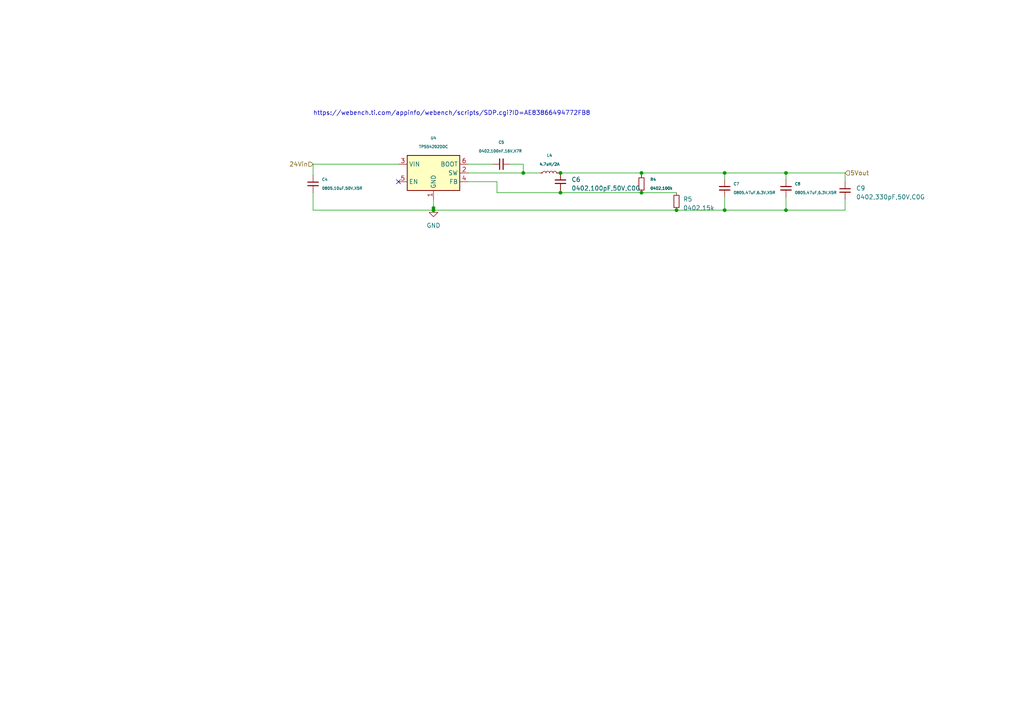
<source format=kicad_sch>
(kicad_sch (version 20230121) (generator eeschema)
  (paper "A4")
  (title_block (date "2023-04-02") (rev "B01"))
  (lib_symbols
    (symbol "Device:L_Small" (pin_numbers hide) (pin_names (offset 0.254) hide)
      (property "Reference" "L" (at 0.762 1.016 0))
      (property "Value" "L_Small" (at 0.762 -1.016 0))
      (symbol "L_Small_0_1"
        (arc (start 0 -2.032) (mid 0.5058 -1.524) (end 0 -1.016))
        (arc (start 0 -1.016) (mid 0.5058 -0.508) (end 0 0))
        (arc (start 0 0) (mid 0.5058 0.508) (end 0 1.016))
        (arc (start 0 1.016) (mid 0.5058 1.524) (end 0 2.032))
      )
      (symbol "L_Small_1_1"
        (pin passive line (at 0 2.54 270) (length 0.508) (name "~") (number "1"))
        (pin passive line (at 0 -2.54 90) (length 0.508) (name "~") (number "2"))
      )
    )
    (symbol "Regulator_Switching:TPS54202DDC"
      (property "Reference" "U" (at -7.62 6.35 0))
      (property "Value" "TPS54202DDC" (at 0 6.35 0))
      (symbol "TPS54202DDC_0_1"
        (rectangle (start -7.62 5.08) (end 7.62 -5.08) (stroke (width 0.254)) (fill (type background)))
      )
      (symbol "TPS54202DDC_1_1"
        (pin power_in line (at 0 -7.62 90) (length 2.54) (name "GND") (number "1"))
        (pin power_out line (at 10.16 0 180) (length 2.54) (name "SW") (number "2"))
        (pin power_in line (at -10.16 2.54 0) (length 2.54) (name "VIN") (number "3"))
        (pin input line (at 10.16 -2.54 180) (length 2.54) (name "FB") (number "4"))
        (pin input line (at -10.16 -2.54 0) (length 2.54) (name "EN") (number "5"))
        (pin passive line (at 10.16 2.54 180) (length 2.54) (name "BOOT") (number "6"))
      )
    )
    (symbol "jlcpcb-basic-capacitor:0402,100nF,16V,X7R "
      (property "Reference" "C" (at 1.71 0.508 0))
      (property "Value" "0402,100nF,16V,X7R " (at 1.71 -1.016 0))
      (symbol "0402,100nF,16V,X7R _0_0"
        (polyline (pts (xy -1.524 -0.508) (xy 1.524 -0.508)) (stroke (width 0.3048)))
        (polyline (pts (xy -1.524 0.508) (xy 1.524 0.508)) (stroke (width 0.3048)))
        (pin passive line (at 0 2.54 270) (length 2.032) (name "~") (number "1"))
        (pin passive line (at 0 -2.54 90) (length 2.032) (name "~") (number "2"))
      )
    )
    (symbol "jlcpcb-basic-capacitor:0402,100pF,50V,C0G "
      (property "Reference" "C" (at 1.71 0.508 0))
      (property "Value" "0402,100pF,50V,C0G " (at 1.71 -1.016 0))
      (symbol "0402,100pF,50V,C0G _0_0"
        (polyline (pts (xy -1.524 -0.508) (xy 1.524 -0.508)) (stroke (width 0.3048)))
        (polyline (pts (xy -1.524 0.508) (xy 1.524 0.508)) (stroke (width 0.3048)))
        (pin passive line (at 0 2.54 270) (length 2.032) (name "~") (number "1"))
        (pin passive line (at 0 -2.54 90) (length 2.032) (name "~") (number "2"))
      )
    )
    (symbol "jlcpcb-basic-capacitor:0402,330pF,50V,C0G "
      (property "Reference" "C" (at 1.71 0.508 0))
      (property "Value" "0402,330pF,50V,C0G " (at 1.71 -1.016 0))
      (symbol "0402,330pF,50V,C0G _0_0"
        (polyline (pts (xy -1.524 -0.508) (xy 1.524 -0.508)) (stroke (width 0.3048)))
        (polyline (pts (xy -1.524 0.508) (xy 1.524 0.508)) (stroke (width 0.3048)))
        (pin passive line (at 0 2.54 270) (length 2.032) (name "~") (number "1"))
        (pin passive line (at 0 -2.54 90) (length 2.032) (name "~") (number "2"))
      )
    )
    (symbol "jlcpcb-basic-capacitor:0805,10uF,50V,X5R "
      (property "Reference" "C" (at 1.71 0.508 0))
      (property "Value" "0805,10uF,50V,X5R " (at 1.71 -1.016 0))
      (symbol "0805,10uF,50V,X5R _0_0"
        (polyline (pts (xy -1.524 -0.508) (xy 1.524 -0.508)) (stroke (width 0.3048)))
        (polyline (pts (xy -1.524 0.508) (xy 1.524 0.508)) (stroke (width 0.3048)))
        (pin passive line (at 0 2.54 270) (length 2.032) (name "~") (number "1"))
        (pin passive line (at 0 -2.54 90) (length 2.032) (name "~") (number "2"))
      )
    )
    (symbol "jlcpcb-basic-capacitor:0805,47uF,6.3V,X5R "
      (property "Reference" "C" (at 1.71 0.508 0))
      (property "Value" "0805,47uF,6.3V,X5R " (at 1.71 -1.016 0))
      (symbol "0805,47uF,6.3V,X5R _0_0"
        (polyline (pts (xy -1.524 -0.508) (xy 1.524 -0.508)) (stroke (width 0.3048)))
        (polyline (pts (xy -1.524 0.508) (xy 1.524 0.508)) (stroke (width 0.3048)))
        (pin passive line (at 0 2.54 270) (length 2.032) (name "~") (number "1"))
        (pin passive line (at 0 -2.54 90) (length 2.032) (name "~") (number "2"))
      )
    )
    (symbol "jlcpcb-basic-resistor:0402,100k"
      (property "Reference" "R" (at 0.762 0.508 0))
      (property "Value" "0402,100k" (at 0.762 -1.016 0))
      (symbol "0402,100k_0_0"
        (rectangle (start -0.762 1.778) (end 0.762 -1.778) (stroke (width 0.2032)))
        (pin passive line (at 0 2.54 270) (length 0.762) (name "~") (number "1"))
        (pin passive line (at 0 -2.54 90) (length 0.762) (name "~") (number "2"))
      )
    )
    (symbol "jlcpcb-basic-resistor:0402,15k"
      (property "Reference" "R" (at 0.762 0.508 0))
      (property "Value" "0402,15k" (at 0.762 -1.016 0))
      (symbol "0402,15k_0_0"
        (rectangle (start -0.762 1.778) (end 0.762 -1.778) (stroke (width 0.2032)))
        (pin passive line (at 0 2.54 270) (length 0.762) (name "~") (number "1"))
        (pin passive line (at 0 -2.54 90) (length 0.762) (name "~") (number "2"))
      )
    )
    (symbol "power:GND" (power) (pin_names (offset 0))
      (property "Value" "GND" (at 0 -3.81 0))
      (symbol "GND_0_1"
        (polyline (pts (xy 0 0) (xy 0 -1.27) (xy 1.27 -1.27) (xy 0 -2.54) (xy -1.27 -1.27) (xy 0 -1.27)))
      )
      (symbol "GND_1_1"
        (pin power_in line (at 0 0 270) (length 0) hide (name "GND") (number "1"))
      )
    )
  )
  (junction (at 196.215 60.96))
  (junction (at 162.56 50.165))
  (junction (at 125.73 60.96))
  (junction (at 210.185 60.96))
  (junction (at 186.055 50.165))
  (junction (at 186.055 55.88))
  (junction (at 227.965 60.96))
  (junction (at 162.56 55.88))
  (junction (at 227.965 50.165))
  (junction (at 210.185 50.165))
  (junction (at 125.73 60.325))
  (junction (at 151.765 50.165))
  (no_connect (at 115.57 52.705))
  (wire (pts (xy 227.965 57.15) (xy 227.965 60.96)))
  (wire (pts (xy 144.145 55.88) (xy 144.145 52.705)))
  (wire (pts (xy 147.955 47.625) (xy 151.765 47.625)))
  (wire (pts (xy 125.73 60.96) (xy 125.73 60.325)))
  (wire (pts (xy 210.185 57.15) (xy 210.185 60.96)))
  (wire (pts (xy 227.965 50.165) (xy 245.11 50.165)))
  (wire (pts (xy 227.965 50.165) (xy 210.185 50.165)))
  (wire (pts (xy 162.56 50.165) (xy 186.055 50.165)))
  (wire (pts (xy 125.73 60.325) (xy 125.73 57.785)))
  (wire (pts (xy 245.11 52.705) (xy 245.11 50.165)))
  (wire (pts (xy 245.11 60.96) (xy 227.965 60.96)))
  (wire (pts (xy 196.215 60.96) (xy 125.73 60.96)))
  (wire (pts (xy 161.925 50.165) (xy 162.56 50.165)))
  (wire (pts (xy 210.185 50.165) (xy 210.185 52.07)))
  (wire (pts (xy 186.055 50.165) (xy 210.185 50.165)))
  (wire (pts (xy 151.765 47.625) (xy 151.765 50.165)))
  (wire (pts (xy 162.56 55.88) (xy 144.145 55.88)))
  (wire (pts (xy 227.965 60.96) (xy 210.185 60.96)))
  (wire (pts (xy 144.145 52.705) (xy 135.89 52.705)))
  (wire (pts (xy 90.805 60.96) (xy 125.73 60.96)))
  (wire (pts (xy 186.055 50.8) (xy 186.055 50.165)))
  (wire (pts (xy 151.765 50.165) (xy 135.89 50.165)))
  (wire (pts (xy 186.055 55.88) (xy 162.56 55.88)))
  (wire (pts (xy 210.185 60.96) (xy 196.215 60.96)))
  (wire (pts (xy 162.56 55.88) (xy 162.56 55.245)))
  (wire (pts (xy 90.805 47.625) (xy 90.805 50.8)))
  (wire (pts (xy 135.89 47.625) (xy 142.875 47.625)))
  (wire (pts (xy 151.765 50.165) (xy 156.845 50.165)))
  (wire (pts (xy 115.57 47.625) (xy 90.805 47.625)))
  (wire (pts (xy 245.11 57.785) (xy 245.11 60.96)))
  (wire (pts (xy 90.805 55.88) (xy 90.805 60.96)))
  (wire (pts (xy 227.965 50.165) (xy 227.965 52.07)))
  (wire (pts (xy 196.215 55.88) (xy 186.055 55.88)))
  (text "https://webench.ti.com/appinfo/webench/scripts/SDP.cgi?ID=AE83866494772FB8\n" (at 90.805 33.655 0) (effects (font (size 1.27 1.27)) (justify left bottom)))
  (hierarchical_label "5Vout" (shape input) (at 245.11 50.165 0))
  (hierarchical_label "24Vin" (shape input) (at 90.805 47.625 180))
  (symbol (lib_id "jlcpcb-basic-capacitor:0805,10uF,50V,X5R ") (at 90.805 53.34 0) (unit 1)
    (property "Reference" "C4" (at 93.345 52.0699 0) (effects (font (size 0.8 0.8)) (justify left)))
    (property "Value" "0805,10uF,50V,X5R " (at 93.345 54.6099 0) (effects (font (size 0.8 0.8)) (justify left)))
    (property "Footprint" "C_0805_2012Metric" (effects hide))
    (property "Datasheet" "https://datasheet.lcsc.com/lcsc/2004251506_Murata-Electronics-GRM21BR61H106KE43L_C440198.pdf" (effects hide))
    (property "LCSC" "C440198" (effects hide))
    (property "MFG" "Murata Electronics" (effects hide))
    (property "MFGPN" "GRM21BR61H106KE43L" (effects hide))
  )
  (symbol (lib_id "jlcpcb-basic-capacitor:0805,47uF,6.3V,X5R ") (at 210.185 54.61 0) (unit 1)
    (property "Reference" "C7" (at 212.725 53.3399 0) (effects (font (size 0.8 0.8)) (justify left)))
    (property "Value" "0805,47uF,6.3V,X5R " (at 212.725 55.8799 0) (effects (font (size 0.8 0.8)) (justify left)))
    (property "Footprint" "C_0805_2012Metric" (effects hide))
    (property "Datasheet" "https://datasheet.lcsc.com/lcsc/1811091612_Samsung-Electro-Mechanics-CL21A476MQYNNNE_C16780.pdf" (effects hide))
    (property "LCSC" "C16780" (effects hide))
    (property "MFG" "Samsung Electro-Mechanics" (effects hide))
    (property "MFGPN" "CL21A476MQYNNNE" (effects hide))
  )
  (symbol (lib_id "jlcpcb-basic-resistor:0402,15k") (at 196.215 58.42 0) (unit 1)
    (property "Reference" "R5" (at 198.12 57.785 0) (effects (justify left)))
    (property "Value" "0402,15k" (at 198.12 60.325 0) (effects (justify left)))
    (property "Footprint" "R_0402_1005Metric" (effects hide))
    (property "Datasheet" "https://datasheet.lcsc.com/lcsc/2110260030_UNI-ROYAL-Uniroyal-Elec-0402WGF1502TCE_C25756.pdf" (effects hide))
    (property "LCSC" "C25756" (effects hide))
    (property "MFG" "UNI-ROYAL(Uniroyal Elec)" (effects hide))
    (property "MFGPN" "0402WGF1502TCE" (effects hide))
  )
  (symbol (lib_id "Device:L_Small") (at 159.385 50.165 90) (unit 1)
    (property "Reference" "L4" (at 159.385 45.085 90) (effects (font (size 0.8 0.8))))
    (property "Value" "4.7uH/2A" (at 159.385 47.625 90) (effects (font (size 0.8 0.8))))
    (property "Footprint" "Inductor_SMD:L_Wuerth_MAPI-4030" (effects hide))
    (property "LCSC" "C340391" (effects hide))
    (property "MFG" "YJYCOIN" (effects hide))
    (property "MFGPN" "YNR4030-4R7M" (effects hide))
  )
  (symbol (lib_id "jlcpcb-basic-capacitor:0402,330pF,50V,C0G ") (at 245.11 55.245 0) (unit 1)
    (property "Reference" "C9" (at 248.285 54.61 0) (effects (justify left)))
    (property "Value" "0402,330pF,50V,C0G " (at 248.285 57.15 0) (effects (justify left)))
    (property "Footprint" "C_0402_1005Metric" (effects hide))
    (property "Datasheet" "https://datasheet.lcsc.com/lcsc/1810192025_Samsung-Electro-Mechanics-CL05C331JB5NNNC_C13533.pdf" (effects hide))
    (property "LCSC" "C13533" (effects hide))
    (property "MFG" "Samsung Electro-Mechanics" (effects hide))
    (property "MFGPN" "CL05C331JB5NNNC" (effects hide))
  )
  (symbol (lib_id "jlcpcb-basic-resistor:0402,100k") (at 186.055 53.34 0) (unit 1)
    (property "Reference" "R4" (at 188.595 52.0699 0) (effects (font (size 0.8 0.8)) (justify left)))
    (property "Value" "0402,100k" (at 188.595 54.6099 0) (effects (font (size 0.8 0.8)) (justify left)))
    (property "Footprint" "R_0402_1005Metric" (effects hide))
    (property "Datasheet" "https://datasheet.lcsc.com/lcsc/2110260030_UNI-ROYAL-Uniroyal-Elec-0402WGF1003TCE_C25741.pdf" (effects hide))
    (property "LCSC" "C25741" (effects hide))
    (property "MFG" "UNI-ROYAL(Uniroyal Elec)" (effects hide))
    (property "MFGPN" "0402WGF1003TCE" (effects hide))
  )
  (symbol (lib_id "jlcpcb-basic-capacitor:0805,47uF,6.3V,X5R ") (at 227.965 54.61 0) (unit 1)
    (property "Reference" "C8" (at 230.505 53.3399 0) (effects (font (size 0.8 0.8)) (justify left)))
    (property "Value" "0805,47uF,6.3V,X5R " (at 230.505 55.8799 0) (effects (font (size 0.8 0.8)) (justify left)))
    (property "Footprint" "C_0805_2012Metric" (effects hide))
    (property "Datasheet" "https://datasheet.lcsc.com/lcsc/1811091612_Samsung-Electro-Mechanics-CL21A476MQYNNNE_C16780.pdf" (effects hide))
    (property "LCSC" "C16780" (effects hide))
    (property "MFG" "Samsung Electro-Mechanics" (effects hide))
    (property "MFGPN" "CL21A476MQYNNNE" (effects hide))
  )
  (symbol (lib_id "Regulator_Switching:TPS54202DDC") (at 125.73 50.165 0) (unit 1)
    (property "Reference" "U4" (at 125.73 40.005 0) (effects (font (size 0.8 0.8))))
    (property "Value" "TPS54202DDC" (at 125.73 42.545 0) (effects (font (size 0.8 0.8))))
    (property "Footprint" "Package_TO_SOT_SMD:SOT-23-6" (effects hide))
    (property "Datasheet" "http://www.ti.com/lit/ds/symlink/tps54202.pdf" (effects hide))
    (property "LCSC" "C191884" (effects hide))
    (property "MFG" "Texas Instruments" (effects hide))
    (property "MFGPN" "TPS54202DDCR" (effects hide))
  )
  (symbol (lib_id "power:GND") (at 125.73 60.325 0) (unit 1)
    (property "Reference" "#PWR08" (effects hide))
    (property "Value" "GND" (at 125.73 65.405 0))
  )
  (symbol (lib_id "jlcpcb-basic-capacitor:0402,100nF,16V,X7R ") (at 145.415 47.625 90) (unit 1)
    (property "Reference" "C5" (at 145.415 41.275 90) (effects (font (size 0.8 0.8))))
    (property "Value" "0402,100nF,16V,X7R " (at 145.415 43.815 90) (effects (font (size 0.8 0.8))))
    (property "Footprint" "C_0402_1005Metric" (effects hide))
    (property "Datasheet" "https://datasheet.lcsc.com/lcsc/1810191219_Samsung-Electro-Mechanics-CL05B104KO5NNNC_C1525.pdf" (effects hide))
    (property "LCSC" "C1525" (effects hide))
    (property "MFG" "Samsung Electro-Mechanics" (effects hide))
    (property "MFGPN" "CL05B104KO5NNNC" (effects hide))
  )
  (symbol (lib_id "jlcpcb-basic-capacitor:0402,100pF,50V,C0G ") (at 162.56 52.705 0) (unit 1)
    (property "Reference" "C6" (at 165.735 52.07 0) (effects (justify left)))
    (property "Value" "0402,100pF,50V,C0G " (at 165.735 54.61 0) (effects (justify left)))
    (property "Footprint" "C_0402_1005Metric" (effects hide))
    (property "Datasheet" "https://datasheet.lcsc.com/lcsc/1810151218_FH-Guangdong-Fenghua-Advanced-Tech-0402CG101J500NT_C1546.pdf" (effects hide))
    (property "LCSC" "C1546" (effects hide))
    (property "MFG" "FH(Guangdong Fenghua Advanced Tech)" (effects hide))
    (property "MFGPN" "0402CG101J500NT" (effects hide))
  )
)
</source>
